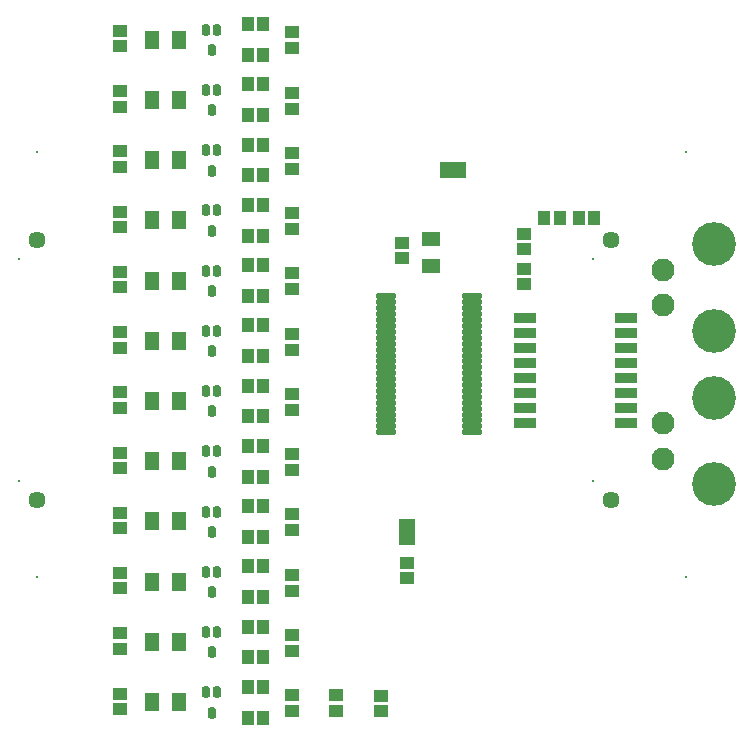
<source format=gts>
G04*
G04 #@! TF.GenerationSoftware,Altium Limited,Altium Designer,19.1.8 (144)*
G04*
G04 Layer_Color=8388736*
%FSLAX25Y25*%
%MOIN*%
G70*
G01*
G75*
%ADD27R,0.04147X0.04540*%
%ADD28R,0.04540X0.04147*%
%ADD29R,0.07375X0.03792*%
%ADD30R,0.08871X0.05328*%
%ADD31R,0.05918X0.05131*%
%ADD32O,0.07099X0.02139*%
%ADD33R,0.05328X0.08871*%
%ADD34R,0.04737X0.04343*%
%ADD35R,0.05131X0.05918*%
G04:AMPARAMS|DCode=36|XSize=27.69mil|YSize=37.53mil|CornerRadius=8.92mil|HoleSize=0mil|Usage=FLASHONLY|Rotation=0.000|XOffset=0mil|YOffset=0mil|HoleType=Round|Shape=RoundedRectangle|*
%AMROUNDEDRECTD36*
21,1,0.02769,0.01968,0,0,0.0*
21,1,0.00984,0.03753,0,0,0.0*
1,1,0.01784,0.00492,-0.00984*
1,1,0.01784,-0.00492,-0.00984*
1,1,0.01784,-0.00492,0.00984*
1,1,0.01784,0.00492,0.00984*
%
%ADD36ROUNDEDRECTD36*%
%ADD37C,0.00800*%
%ADD38C,0.05709*%
%ADD39C,0.14580*%
%ADD40C,0.07690*%
D27*
X200295Y178543D02*
D03*
X205413D02*
D03*
X193996D02*
D03*
X188878D02*
D03*
X89961Y243307D02*
D03*
X95079D02*
D03*
X89961Y233071D02*
D03*
X95079D02*
D03*
X89961Y223228D02*
D03*
X95079D02*
D03*
X89961Y212992D02*
D03*
X95079D02*
D03*
X89961Y203150D02*
D03*
X95079D02*
D03*
X89961Y192913D02*
D03*
X95079D02*
D03*
X89961Y183071D02*
D03*
X95079D02*
D03*
X89961Y172835D02*
D03*
X95079D02*
D03*
X89961Y162992D02*
D03*
X95079D02*
D03*
X89961Y152756D02*
D03*
X95079D02*
D03*
X89961Y142913D02*
D03*
X95079D02*
D03*
X89961Y132677D02*
D03*
X95079D02*
D03*
X89961Y112598D02*
D03*
X95079D02*
D03*
X89961Y122835D02*
D03*
X95079D02*
D03*
X89961Y102756D02*
D03*
X95079D02*
D03*
X89961Y92520D02*
D03*
X95079D02*
D03*
X89961Y82677D02*
D03*
X95079D02*
D03*
X89961Y72441D02*
D03*
X95079D02*
D03*
X89961Y62598D02*
D03*
X95079D02*
D03*
X89961Y52362D02*
D03*
X95079D02*
D03*
X89961Y42520D02*
D03*
X95079D02*
D03*
X89961Y32283D02*
D03*
X95079D02*
D03*
X89961Y22441D02*
D03*
X95079D02*
D03*
X89961Y12205D02*
D03*
X95079D02*
D03*
D28*
X182185Y168209D02*
D03*
Y173327D02*
D03*
Y161811D02*
D03*
Y156693D02*
D03*
X141535Y165256D02*
D03*
Y170374D02*
D03*
X143209Y58661D02*
D03*
Y63779D02*
D03*
X134252Y14370D02*
D03*
Y19488D02*
D03*
X47289Y20177D02*
D03*
Y15059D02*
D03*
Y40256D02*
D03*
Y35138D02*
D03*
Y60335D02*
D03*
Y55216D02*
D03*
Y80413D02*
D03*
Y75295D02*
D03*
Y100492D02*
D03*
Y95374D02*
D03*
Y120571D02*
D03*
Y115453D02*
D03*
Y140650D02*
D03*
Y135531D02*
D03*
Y160728D02*
D03*
Y155610D02*
D03*
Y180807D02*
D03*
Y175689D02*
D03*
Y200886D02*
D03*
Y195768D02*
D03*
Y220965D02*
D03*
Y215846D02*
D03*
Y241043D02*
D03*
Y235925D02*
D03*
D29*
X182520Y120453D02*
D03*
Y145453D02*
D03*
X216102D02*
D03*
X182520Y110453D02*
D03*
Y115453D02*
D03*
Y125453D02*
D03*
Y130453D02*
D03*
Y135453D02*
D03*
Y140453D02*
D03*
X216102D02*
D03*
Y135453D02*
D03*
Y130453D02*
D03*
Y125453D02*
D03*
Y120453D02*
D03*
Y115453D02*
D03*
Y110453D02*
D03*
D30*
X158465Y194587D02*
D03*
D31*
X151083Y171752D02*
D03*
Y162697D02*
D03*
D32*
X164764Y140748D02*
D03*
X136024Y152559D02*
D03*
Y150591D02*
D03*
Y148622D02*
D03*
Y146653D02*
D03*
Y144685D02*
D03*
Y142717D02*
D03*
Y140748D02*
D03*
Y138779D02*
D03*
Y136811D02*
D03*
Y134843D02*
D03*
Y132874D02*
D03*
Y130905D02*
D03*
Y128937D02*
D03*
Y126969D02*
D03*
Y125000D02*
D03*
Y123031D02*
D03*
Y121063D02*
D03*
Y119095D02*
D03*
Y117126D02*
D03*
Y115157D02*
D03*
Y113189D02*
D03*
Y111221D02*
D03*
Y109252D02*
D03*
Y107283D02*
D03*
X164764Y152559D02*
D03*
Y150591D02*
D03*
Y148622D02*
D03*
Y146653D02*
D03*
Y144685D02*
D03*
Y142717D02*
D03*
Y138779D02*
D03*
Y136811D02*
D03*
Y134843D02*
D03*
Y132874D02*
D03*
Y130905D02*
D03*
Y128937D02*
D03*
Y126969D02*
D03*
Y125000D02*
D03*
Y123031D02*
D03*
Y121063D02*
D03*
Y119095D02*
D03*
Y117126D02*
D03*
Y115157D02*
D03*
Y113189D02*
D03*
Y111221D02*
D03*
Y109252D02*
D03*
Y107283D02*
D03*
D33*
X143110Y74016D02*
D03*
D34*
X119291Y19587D02*
D03*
Y14272D02*
D03*
X104770Y14370D02*
D03*
Y19685D02*
D03*
Y34449D02*
D03*
Y39764D02*
D03*
Y54528D02*
D03*
Y59842D02*
D03*
Y74606D02*
D03*
Y79921D02*
D03*
Y94685D02*
D03*
Y100000D02*
D03*
Y114764D02*
D03*
Y120079D02*
D03*
Y134843D02*
D03*
Y140157D02*
D03*
Y154921D02*
D03*
Y160236D02*
D03*
Y175000D02*
D03*
Y180315D02*
D03*
Y195079D02*
D03*
Y200394D02*
D03*
Y215158D02*
D03*
Y220472D02*
D03*
Y235236D02*
D03*
Y240551D02*
D03*
D35*
X58116Y238189D02*
D03*
X67171D02*
D03*
X58116Y218110D02*
D03*
X67171D02*
D03*
X58116Y198031D02*
D03*
X67171D02*
D03*
X58116Y177953D02*
D03*
X67171D02*
D03*
X58116Y157874D02*
D03*
X67171D02*
D03*
X58116Y137795D02*
D03*
X67171D02*
D03*
X58116Y117717D02*
D03*
X67171D02*
D03*
X58116Y97638D02*
D03*
X67171D02*
D03*
X58116Y77559D02*
D03*
X67171D02*
D03*
X58116Y57480D02*
D03*
X67171D02*
D03*
X58116Y37402D02*
D03*
X67171D02*
D03*
X58116Y17323D02*
D03*
X67171D02*
D03*
D36*
X77900Y234685D02*
D03*
X75931Y241496D02*
D03*
X79868D02*
D03*
X77900Y214606D02*
D03*
X75931Y221417D02*
D03*
X79868D02*
D03*
X77900Y194528D02*
D03*
X75931Y201339D02*
D03*
X79868D02*
D03*
X77900Y174449D02*
D03*
X75931Y181260D02*
D03*
X79868D02*
D03*
X77900Y154370D02*
D03*
X75931Y161181D02*
D03*
X79868D02*
D03*
X77900Y134291D02*
D03*
X75931Y141102D02*
D03*
X79868D02*
D03*
X77900Y114213D02*
D03*
X75931Y121024D02*
D03*
X79868D02*
D03*
X77900Y94134D02*
D03*
X75931Y100945D02*
D03*
X79868D02*
D03*
X77900Y74055D02*
D03*
X75931Y80866D02*
D03*
X79868D02*
D03*
X77900Y53976D02*
D03*
X75931Y60787D02*
D03*
X79868D02*
D03*
X77900Y33898D02*
D03*
X75931Y40709D02*
D03*
X79868D02*
D03*
X77900Y13819D02*
D03*
X75931Y20630D02*
D03*
X79868D02*
D03*
D37*
X205118Y90945D02*
D03*
Y164961D02*
D03*
X13780Y90945D02*
D03*
Y164961D02*
D03*
X19685Y200787D02*
D03*
X236221D02*
D03*
Y59055D02*
D03*
X19685D02*
D03*
D38*
X211024Y84646D02*
D03*
Y171260D02*
D03*
X19685Y84646D02*
D03*
Y171260D02*
D03*
D39*
X245354Y118701D02*
D03*
Y89961D02*
D03*
Y169882D02*
D03*
Y141142D02*
D03*
D40*
X228346Y98425D02*
D03*
Y110236D02*
D03*
Y149606D02*
D03*
Y161417D02*
D03*
M02*

</source>
